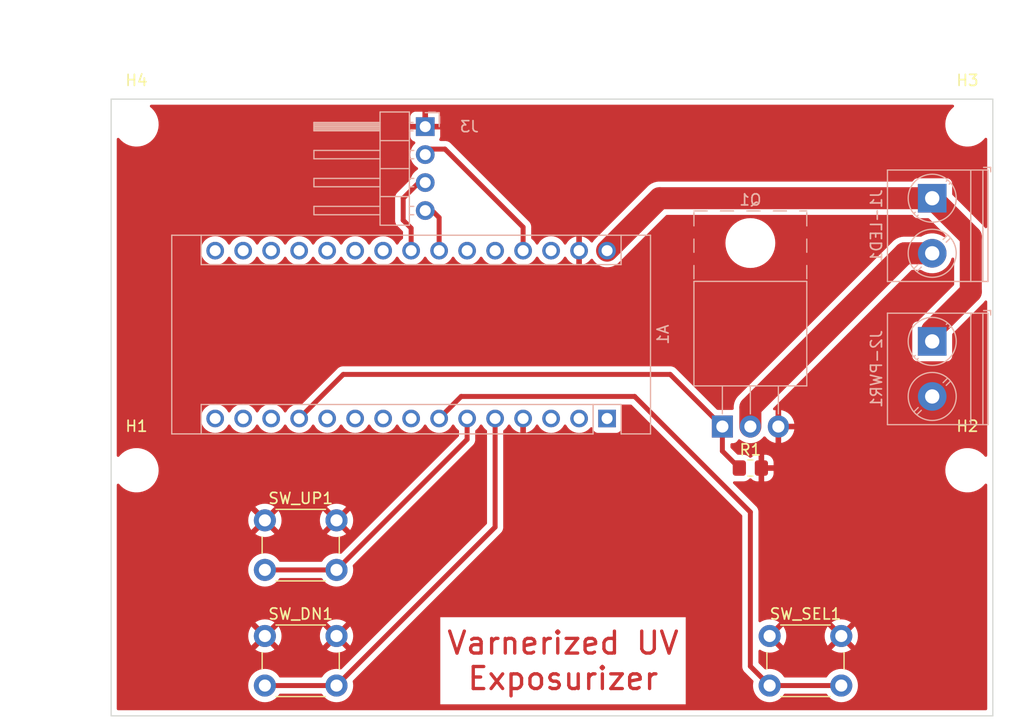
<source format=kicad_pcb>
(kicad_pcb (version 20211014) (generator pcbnew)
  (layers (0 "F.Cu" signal) (31 "B.Cu" signal) (34 "B.Paste" user) (35 "F.Paste" user) (36 "B.SilkS" user "B.Silkscreen") (37 "F.SilkS" user "F.Silkscreen") (38 "B.Mask" user) (39 "F.Mask" user) (44 "Edge.Cuts" user))
  (net 0 "")
  (net 4 "GND")
  (net 5 "Net-(A1-Pad5)")
  (net 6 "Net-(A1-Pad6)")
  (net 7 "Net-(A1-Pad7)")
  (net 12 "Net-(A1-Pad12)")
  (net 23 "Net-(A1-Pad23)")
  (net 24 "Net-(A1-Pad24)")
  (net 27 "Net-(A1-Pad27)")
  (net 29 "Net-(A1-Pad30)")
  (net 30 "Net-(J1-LED1-Pad2)")
  (footprint "MountingHole:MountingHole_3mm" (layer "F.Cu") (at 122.3 63.7)
    (fp_text reference "H1" (at 0 -4) (layer "F.SilkS"))
    (fp_text value "MountingHole")
    (pad "" np_thru_hole circle (at 0 0) (size 3 3) (drill 3) (layers *.Cu *.Mask))
  )
  (footprint "Resistor_SMD:R_0805_2012Metric_Pad1.20x1.40mm_HandSolder" (layer "F.Cu") (at 178 63.5)
    (fp_text reference "R1" (at 0 -1.65) (layer "F.SilkS"))
    (fp_text value "10k")
    (fp_line (start -0.227064 0.735) (end 0.227064 0.735) (layer "F.SilkS") (width 0.12))
    (fp_line (start -0.227064 -0.735) (end 0.227064 -0.735) (layer "F.SilkS") (width 0.12))
    (pad "1" smd roundrect (at -1 0) (size 1.2 1.4) (layers "F.Cu" "F.Paste" "F.Mask") (roundrect_rratio 0.2083333333) (net 12 "Net-(A1-Pad12)"))
    (pad "2" smd roundrect (at 1 0) (size 1.2 1.4) (layers "F.Cu" "F.Paste" "F.Mask") (roundrect_rratio 0.2083333333) (net 4 "GND"))
  )
  (footprint "MountingHole:MountingHole_3mm" (layer "F.Cu") (at 197.7 63.7)
    (fp_text reference "H2" (at 0 -4) (layer "F.SilkS"))
    (fp_text value "MountingHole")
    (pad "" np_thru_hole circle (at 0 0) (size 3 3) (drill 3) (layers *.Cu *.Mask))
  )
  (footprint "MountingHole:MountingHole_3mm" (layer "F.Cu") (at 122.3 32.3)
    (fp_text reference "H4" (at 0 -4) (layer "F.SilkS"))
    (fp_text value "MountingHole")
    (pad "" np_thru_hole circle (at 0 0) (size 3 3) (drill 3) (layers *.Cu *.Mask))
  )
  (footprint "MountingHole:MountingHole_3mm" (layer "F.Cu") (at 197.7 32.3)
    (fp_text reference "H3" (at 0 -4) (layer "F.SilkS"))
    (fp_text value "MountingHole")
    (pad "" np_thru_hole circle (at 0 0) (size 3 3) (drill 3) (layers *.Cu *.Mask))
  )
  (footprint "Button_Switch_THT:SW_PUSH_6mm" (layer "F.Cu") (at 133.95 78.75)
    (fp_text reference "SW_DN1" (at 3.25 -2) (layer "F.SilkS"))
    (fp_text value "SW_Push")
    (fp_line (start 1 5.5) (end 5.5 5.5) (layer "F.SilkS") (width 0.12))
    (fp_line (start -0.25 1.5) (end -0.25 3) (layer "F.SilkS") (width 0.12))
    (fp_line (start 5.5 -1) (end 1 -1) (layer "F.SilkS") (width 0.12))
    (fp_line (start 6.75 3) (end 6.75 1.5) (layer "F.SilkS") (width 0.12))
    (pad "1" thru_hole circle (at 6.5 0 90) (size 2 2) (drill 1.1) (layers *.Cu *.Mask) (net 4 "GND"))
    (pad "1" thru_hole circle (at 0 0 90) (size 2 2) (drill 1.1) (layers *.Cu *.Mask) (net 4 "GND"))
    (pad "2" thru_hole circle (at 0 4.5 90) (size 2 2) (drill 1.1) (layers *.Cu *.Mask) (net 5 "Net-(A1-Pad5)"))
    (pad "2" thru_hole circle (at 6.5 4.5 90) (size 2 2) (drill 1.1) (layers *.Cu *.Mask) (net 5 "Net-(A1-Pad5)"))
  )
  (footprint "Button_Switch_THT:SW_PUSH_6mm" (layer "F.Cu") (at 179.75 78.75)
    (fp_text reference "SW_SEL1" (at 3.25 -2) (layer "F.SilkS"))
    (fp_text value "SW_Push")
    (fp_line (start 5.5 -1) (end 1 -1) (layer "F.SilkS") (width 0.12))
    (fp_line (start 1 5.5) (end 5.5 5.5) (layer "F.SilkS") (width 0.12))
    (fp_line (start 6.75 3) (end 6.75 1.5) (layer "F.SilkS") (width 0.12))
    (fp_line (start -0.25 1.5) (end -0.25 3) (layer "F.SilkS") (width 0.12))
    (pad "1" thru_hole circle (at 6.5 0 90) (size 2 2) (drill 1.1) (layers *.Cu *.Mask) (net 4 "GND"))
    (pad "1" thru_hole circle (at 0 0 90) (size 2 2) (drill 1.1) (layers *.Cu *.Mask) (net 4 "GND"))
    (pad "2" thru_hole circle (at 0 4.5 90) (size 2 2) (drill 1.1) (layers *.Cu *.Mask) (net 7 "Net-(A1-Pad7)"))
    (pad "2" thru_hole circle (at 6.5 4.5 90) (size 2 2) (drill 1.1) (layers *.Cu *.Mask) (net 7 "Net-(A1-Pad7)"))
  )
  (footprint "Button_Switch_THT:SW_PUSH_6mm" (layer "F.Cu") (at 133.95 68.25)
    (fp_text reference "SW_UP1" (at 3.25 -2) (layer "F.SilkS"))
    (fp_text value "SW_Push")
    (fp_line (start 1 5.5) (end 5.5 5.5) (layer "F.SilkS") (width 0.12))
    (fp_line (start 6.75 3) (end 6.75 1.5) (layer "F.SilkS") (width 0.12))
    (fp_line (start 5.5 -1) (end 1 -1) (layer "F.SilkS") (width 0.12))
    (fp_line (start -0.25 1.5) (end -0.25 3) (layer "F.SilkS") (width 0.12))
    (pad "1" thru_hole circle (at 6.5 0 90) (size 2 2) (drill 1.1) (layers *.Cu *.Mask) (net 4 "GND"))
    (pad "1" thru_hole circle (at 0 0 90) (size 2 2) (drill 1.1) (layers *.Cu *.Mask) (net 4 "GND"))
    (pad "2" thru_hole circle (at 6.5 4.5 90) (size 2 2) (drill 1.1) (layers *.Cu *.Mask) (net 6 "Net-(A1-Pad6)"))
    (pad "2" thru_hole circle (at 0 4.5 90) (size 2 2) (drill 1.1) (layers *.Cu *.Mask) (net 6 "Net-(A1-Pad6)"))
  )
  (footprint "TerminalBlock_Phoenix:TerminalBlock_Phoenix_PT-1,5-2-5.0-H_1x02_P5.00mm_Horizontal" (layer "B.Cu") (at 194.5 39 -90)
    (fp_text reference "J1-LED1" (at 2.5 5.06 90) (layer "B.SilkS") (effects (justify mirror)))
    (fp_text value "Screw_Terminal_01x02")
    (fp_line (start -2.56 -5.06) (end 7.56 -5.06) (layer "B.SilkS") (width 0.12))
    (fp_line (start 6.654 1.388) (end 6.259 0.992) (layer "B.SilkS") (width 0.12))
    (fp_line (start -1.282 -1.547) (end -1.388 -1.654) (layer "B.SilkS") (width 0.12))
    (fp_line (start 7.56 4.06) (end 7.56 -5.06) (layer "B.SilkS") (width 0.12))
    (fp_line (start -2.8 -5.3) (end -2.4 -5.3) (layer "B.SilkS") (width 0.12))
    (fp_line (start -2.56 -3.5) (end 7.56 -3.5) (layer "B.SilkS") (width 0.12))
    (fp_line (start 3.993 -1.274) (end 3.613 -1.654) (layer "B.SilkS") (width 0.12))
    (fp_line (start -1.548 -1.281) (end -1.654 -1.388) (layer "B.SilkS") (width 0.12))
    (fp_line (start -2.56 4.06) (end 7.56 4.06) (layer "B.SilkS") (width 0.12))
    (fp_line (start 3.742 -0.992) (end 3.347 -1.388) (layer "B.SilkS") (width 0.12))
    (fp_line (start 1.654 1.388) (end 1.547 1.281) (layer "B.SilkS") (width 0.12))
    (fp_line (start 6.388 1.654) (end 6.008 1.274) (layer "B.SilkS") (width 0.12))
    (fp_line (start -2.8 -4.66) (end -2.8 -5.3) (layer "B.SilkS") (width 0.12))
    (fp_line (start -2.56 4.06) (end -2.56 -5.06) (layer "B.SilkS") (width 0.12))
    (fp_line (start -2.56 -4.6) (end 7.56 -4.6) (layer "B.SilkS") (width 0.12))
    (fp_line (start 1.388 1.654) (end 1.281 1.547) (layer "B.SilkS") (width 0.12))
    (fp_circle (center 0 0) (end 2.18 0) (layer "B.SilkS") (width 0.12) (fill none))
    (fp_circle (center 5 0) (end 7.18 0) (layer "B.SilkS") (width 0.12) (fill none))
    (pad "1" thru_hole rect locked (at 0 0 270) (size 2.6 2.6) (drill 1.3) (layers *.Cu *.Mask) (net 29 "Net-(A1-Pad30)"))
    (pad "2" thru_hole circle locked (at 5 0 270) (size 2.6 2.6) (drill 1.3) (layers *.Cu *.Mask) (net 30 "Net-(J1-LED1-Pad2)"))
  )
  (footprint "Connector_PinHeader_2.54mm:PinHeader_1x04_P2.54mm_Horizontal" (layer "B.Cu") (at 148.5 32.5 180)
    (fp_text reference "J3" (at -4 0) (layer "B.SilkS") (effects (justify mirror)))
    (fp_text value "Conn_01x04_Male")
    (fp_line (start 10.1 -4.7) (end 10.1 -5.46) (layer "B.SilkS") (width 0.12))
    (fp_line (start 10.1 -2.16) (end 10.1 -2.92) (layer "B.SilkS") (width 0.12))
    (fp_line (start 4.1 -0.28) (end 10.1 -0.28) (layer "B.SilkS") (width 0.12))
    (fp_line (start 1.44 -1.27) (end 4.1 -1.27) (layer "B.SilkS") (width 0.12))
    (fp_line (start 1.11 -0.38) (end 1.44 -0.38) (layer "B.SilkS") (width 0.12))
    (fp_line (start 1.44 -3.81) (end 4.1 -3.81) (layer "B.SilkS") (width 0.12))
    (fp_line (start 1.042929 -8) (end 1.44 -8) (layer "B.SilkS") (width 0.12))
    (fp_line (start 4.1 0.32) (end 10.1 0.32) (layer "B.SilkS") (width 0.12))
    (fp_line (start 4.1 -4.7) (end 10.1 -4.7) (layer "B.SilkS") (width 0.12))
    (fp_line (start 10.1 -5.46) (end 4.1 -5.46) (layer "B.SilkS") (width 0.12))
    (fp_line (start 1.44 -6.35) (end 4.1 -6.35) (layer "B.SilkS") (width 0.12))
    (fp_line (start 4.1 -0.16) (end 10.1 -0.16) (layer "B.SilkS") (width 0.12))
    (fp_line (start 4.1 0.38) (end 10.1 0.38) (layer "B.SilkS") (width 0.12))
    (fp_line (start 4.1 0.2) (end 10.1 0.2) (layer "B.SilkS") (width 0.12))
    (fp_line (start 1.44 -8.95) (end 4.1 -8.95) (layer "B.SilkS") (width 0.12))
    (fp_line (start 1.042929 -4.7) (end 1.44 -4.7) (layer "B.SilkS") (width 0.12))
    (fp_line (start 1.042929 -2.92) (end 1.44 -2.92) (layer "B.SilkS") (width 0.12))
    (fp_line (start -1.27 0) (end -1.27 1.27) (layer "B.SilkS") (width 0.12))
    (fp_line (start 4.1 0.08) (end 10.1 0.08) (layer "B.SilkS") (width 0.12))
    (fp_line (start 1.11 0.38) (end 1.44 0.38) (layer "B.SilkS") (width 0.12))
    (fp_line (start 10.1 -7.24) (end 10.1 -8) (layer "B.SilkS") (width 0.12))
    (fp_line (start -1.27 1.27) (end 0 1.27) (layer "B.SilkS") (width 0.12))
    (fp_line (start 1.042929 -7.24) (end 1.44 -7.24) (layer "B.SilkS") (width 0.12))
    (fp_line (start 10.1 -8) (end 4.1 -8) (layer "B.SilkS") (width 0.12))
    (fp_line (start 10.1 0.38) (end 10.1 -0.38) (layer "B.SilkS") (width 0.12))
    (fp_line (start 4.1 -8.95) (end 4.1 1.33) (layer "B.SilkS") (width 0.12))
    (fp_line (start 4.1 -0.04) (end 10.1 -0.04) (layer "B.SilkS") (width 0.12))
    (fp_line (start 10.1 -2.92) (end 4.1 -2.92) (layer "B.SilkS") (width 0.12))
    (fp_line (start 4.1 1.33) (end 1.44 1.33) (layer "B.SilkS") (width 0.12))
    (fp_line (start 4.1 -2.16) (end 10.1 -2.16) (layer "B.SilkS") (width 0.12))
    (fp_line (start 10.1 -0.38) (end 4.1 -0.38) (layer "B.SilkS") (width 0.12))
    (fp_line (start 1.042929 -2.16) (end 1.44 -2.16) (layer "B.SilkS") (width 0.12))
    (fp_line (start 1.042929 -5.46) (end 1.44 -5.46) (layer "B.SilkS") (width 0.12))
    (fp_line (start 1.44 1.33) (end 1.44 -8.95) (layer "B.SilkS") (width 0.12))
    (fp_line (start 4.1 -7.24) (end 10.1 -7.24) (layer "B.SilkS") (width 0.12))
    (pad "1" thru_hole rect (at 0 0 180) (size 1.7 1.7) (drill 1) (layers *.Cu *.Mask) (net 4 "GND"))
    (pad "2" thru_hole oval (at 0 -2.54 180) (size 1.7 1.7) (drill 1) (layers *.Cu *.Mask) (net 27 "Net-(A1-Pad27)"))
    (pad "3" thru_hole oval (at 0 -5.08 180) (size 1.7 1.7) (drill 1) (layers *.Cu *.Mask) (net 23 "Net-(A1-Pad23)"))
    (pad "4" thru_hole oval (at 0 -7.62 180) (size 1.7 1.7) (drill 1) (layers *.Cu *.Mask) (net 24 "Net-(A1-Pad24)"))
  )
  (footprint "TerminalBlock_Phoenix:TerminalBlock_Phoenix_PT-1,5-2-5.0-H_1x02_P5.00mm_Horizontal" (layer "B.Cu") (at 194.5 52 -90)
    (fp_text reference "J2-PWR1" (at 2.5 5.06 90) (layer "B.SilkS") (effects (justify mirror)))
    (fp_text value "Screw_Terminal_01x02")
    (fp_line (start -2.56 -3.5) (end 7.56 -3.5) (layer "B.SilkS") (width 0.12))
    (fp_line (start -2.56 4.06) (end 7.56 4.06) (layer "B.SilkS") (width 0.12))
    (fp_line (start 3.993 -1.274) (end 3.613 -1.654) (layer "B.SilkS") (width 0.12))
    (fp_line (start 6.388 1.654) (end 6.008 1.274) (layer "B.SilkS") (width 0.12))
    (fp_line (start 1.654 1.388) (end 1.547 1.281) (layer "B.SilkS") (width 0.12))
    (fp_line (start 1.388 1.654) (end 1.281 1.547) (layer "B.SilkS") (width 0.12))
    (fp_line (start -2.8 -4.66) (end -2.8 -5.3) (layer "B.SilkS") (width 0.12))
    (fp_line (start 3.742 -0.992) (end 3.347 -1.388) (layer "B.SilkS") (width 0.12))
    (fp_line (start -1.548 -1.281) (end -1.654 -1.388) (layer "B.SilkS") (width 0.12))
    (fp_line (start -2.56 4.06) (end -2.56 -5.06) (layer "B.SilkS") (width 0.12))
    (fp_line (start 7.56 4.06) (end 7.56 -5.06) (layer "B.SilkS") (width 0.12))
    (fp_line (start -2.8 -5.3) (end -2.4 -5.3) (layer "B.SilkS") (width 0.12))
    (fp_line (start -2.56 -5.06) (end 7.56 -5.06) (layer "B.SilkS") (width 0.12))
    (fp_line (start 6.654 1.388) (end 6.259 0.992) (layer "B.SilkS") (width 0.12))
    (fp_line (start -2.56 -4.6) (end 7.56 -4.6) (layer "B.SilkS") (width 0.12))
    (fp_line (start -1.282 -1.547) (end -1.388 -1.654) (layer "B.SilkS") (width 0.12))
    (fp_circle (center 5 0) (end 7.18 0) (layer "B.SilkS") (width 0.12) (fill none))
    (fp_circle (center 0 0) (end 2.18 0) (layer "B.SilkS") (width 0.12) (fill none))
    (pad "1" thru_hole rect (at 0 0 270) (size 2.6 2.6) (drill 1.3) (layers *.Cu *.Mask) (net 29 "Net-(A1-Pad30)"))
    (pad "2" thru_hole circle (at 5 0 270) (size 2.6 2.6) (drill 1.3) (layers *.Cu *.Mask) (net 4 "GND"))
  )
  (footprint "Module:Arduino_Nano" (layer "B.Cu") (at 165 59 90)
    (fp_text reference "A1" (at 7.62 5.08 90) (layer "B.SilkS") (effects (justify mirror)))
    (fp_text value "Arduino_Nano_v3.x")
    (fp_line (start 1.27 1.27) (end -1.4 1.27) (layer "B.SilkS") (width 0.12))
    (fp_line (start 1.27 -1.27) (end -1.4 -1.27) (layer "B.SilkS") (width 0.12))
    (fp_line (start 1.27 -1.27) (end 1.27 1.27) (layer "B.SilkS") (width 0.12))
    (fp_line (start 13.97 -36.83) (end 16.64 -36.83) (layer "B.SilkS") (width 0.12))
    (fp_line (start -1.4 -39.5) (end 16.64 -39.5) (layer "B.SilkS") (width 0.12))
    (fp_line (start -1.4 -1.27) (end -1.4 -39.5) (layer "B.SilkS") (width 0.12))
    (fp_line (start 13.97 1.27) (end 16.64 1.27) (layer "B.SilkS") (width 0.12))
    (fp_line (start 16.64 3.94) (end -1.4 3.94) (layer "B.SilkS") (width 0.12))
    (fp_line (start 13.97 1.27) (end 13.97 -36.83) (layer "B.SilkS") (width 0.12))
    (fp_line (start 1.27 -1.27) (end 1.27 -36.83) (layer "B.SilkS") (width 0.12))
    (fp_line (start 16.64 -39.5) (end 16.64 3.94) (layer "B.SilkS") (width 0.12))
    (fp_line (start -1.4 3.94) (end -1.4 1.27) (layer "B.SilkS") (width 0.12))
    (fp_line (start 1.27 -36.83) (end -1.4 -36.83) (layer "B.SilkS") (width 0.12))
    (pad "1" thru_hole rect (at 0 0 90) (size 1.6 1.6) (drill 1) (layers *.Cu *.Mask))
    (pad "2" thru_hole oval (at 0 -2.54 90) (size 1.6 1.6) (drill 1) (layers *.Cu *.Mask))
    (pad "3" thru_hole oval (at 0 -5.08 90) (size 1.6 1.6) (drill 1) (layers *.Cu *.Mask))
    (pad "4" thru_hole oval (at 0 -7.62 90) (size 1.6 1.6) (drill 1) (layers *.Cu *.Mask) (net 4 "GND"))
    (pad "5" thru_hole oval (at 0 -10.16 90) (size 1.6 1.6) (drill 1) (layers *.Cu *.Mask) (net 5 "Net-(A1-Pad5)"))
    (pad "6" thru_hole oval (at 0 -12.7 90) (size 1.6 1.6) (drill 1) (layers *.Cu *.Mask) (net 6 "Net-(A1-Pad6)"))
    (pad "7" thru_hole oval (at 0 -15.24 90) (size 1.6 1.6) (drill 1) (layers *.Cu *.Mask) (net 7 "Net-(A1-Pad7)"))
    (pad "8" thru_hole oval (at 0 -17.78 90) (size 1.6 1.6) (drill 1) (layers *.Cu *.Mask))
    (pad "9" thru_hole oval (at 0 -20.32 90) (size 1.6 1.6) (drill 1) (layers *.Cu *.Mask))
    (pad "10" thru_hole oval (at 0 -22.86 90) (size 1.6 1.6) (drill 1) (layers *.Cu *.Mask))
    (pad "11" thru_hole oval (at 0 -25.4 90) (size 1.6 1.6) (drill 1) (layers *.Cu *.Mask))
    (pad "12" thru_hole oval (at 0 -27.94 90) (size 1.6 1.6) (drill 1) (layers *.Cu *.Mask) (net 12 "Net-(A1-Pad12)"))
    (pad "13" thru_hole oval (at 0 -30.48 90) (size 1.6 1.6) (drill 1) (layers *.Cu *.Mask))
    (pad "14" thru_hole oval (at 0 -33.02 90) (size 1.6 1.6) (drill 1) (layers *.Cu *.Mask))
    (pad "15" thru_hole oval (at 0 -35.56 90) (size 1.6 1.6) (drill 1) (layers *.Cu *.Mask))
    (pad "16" thru_hole oval (at 15.24 -35.56 90) (size 1.6 1.6) (drill 1) (layers *.Cu *.Mask))
    (pad "17" thru_hole oval (at 15.24 -33.02 90) (size 1.6 1.6) (drill 1) (layers *.Cu *.Mask))
    (pad "18" thru_hole oval (at 15.24 -30.48 90) (size 1.6 1.6) (drill 1) (layers *.Cu *.Mask))
    (pad "19" thru_hole oval (at 15.24 -27.94 90) (size 1.6 1.6) (drill 1) (layers *.Cu *.Mask))
    (pad "20" thru_hole oval (at 15.24 -25.4 90) (size 1.6 1.6) (drill 1) (layers *.Cu *.Mask))
    (pad "21" thru_hole oval (at 15.24 -22.86 90) (size 1.6 1.6) (drill 1) (layers *.Cu *.Mask))
    (pad "22" thru_hole oval (at 15.24 -20.32 90) (size 1.6 1.6) (drill 1) (layers *.Cu *.Mask))
    (pad "23" thru_hole oval (at 15.24 -17.78 90) (size 1.6 1.6) (drill 1) (layers *.Cu *.Mask) (net 23 "Net-(A1-Pad23)"))
    (pad "24" thru_hole oval (at 15.24 -15.24 90) (size 1.6 1.6) (drill 1) (layers *.Cu *.Mask) (net 24 "Net-(A1-Pad24)"))
    (pad "25" thru_hole oval (at 15.24 -12.7 90) (size 1.6 1.6) (drill 1) (layers *.Cu *.Mask))
    (pad "26" thru_hole oval (at 15.24 -10.16 90) (size 1.6 1.6) (drill 1) (layers *.Cu *.Mask))
    (pad "27" thru_hole oval (at 15.24 -7.62 90) (size 1.6 1.6) (drill 1) (layers *.Cu *.Mask) (net 27 "Net-(A1-Pad27)"))
    (pad "28" thru_hole oval (at 15.24 -5.08 90) (size 1.6 1.6) (drill 1) (layers *.Cu *.Mask))
    (pad "29" thru_hole oval (at 15.24 -2.54 90) (size 1.6 1.6) (drill 1) (layers *.Cu *.Mask) (net 4 "GND"))
    (pad "30" thru_hole oval (at 15.24 0 90) (size 1.6 1.6) (drill 1) (layers *.Cu *.Mask) (net 29 "Net-(A1-Pad30)"))
  )
  (footprint "Package_TO_SOT_THT:TO-220-3_Horizontal_TabUp" (layer "B.Cu") (at 175.46 59.73)
    (fp_text reference "Q1" (at 2.54 -20.58) (layer "B.SilkS") (effects (justify mirror)))
    (fp_text value "Q_NMOS_GDS")
    (fp_line (start -2.58 -13.42) (end -2.58 -14.62) (layer "B.SilkS") (width 0.12))
    (fp_line (start 0 -1.15) (end 0 -3.69) (layer "B.SilkS") (width 0.12))
    (fp_line (start -2.58 -15.82) (end -2.58 -17.02) (layer "B.SilkS") (width 0.12))
    (fp_line (start 7.66 -3.69) (end 7.66 -13.18) (layer "B.SilkS") (width 0.12))
    (fp_line (start 4.62 -19.58) (end 5.82 -19.58) (layer "B.SilkS") (width 0.12))
    (fp_line (start 7.66 -13.42) (end 7.66 -14.62) (layer "B.SilkS") (width 0.12))
    (fp_line (start 7.66 -18.22) (end 7.66 -19.42) (layer "B.SilkS") (width 0.12))
    (fp_line (start 2.54 -1.15) (end 2.54 -3.69) (layer "B.SilkS") (width 0.12))
    (fp_line (start 7.02 -19.58) (end 7.66 -19.58) (layer "B.SilkS") (width 0.12))
    (fp_line (start -2.58 -19.58) (end -1.38 -19.58) (layer "B.SilkS") (width 0.12))
    (fp_line (start -2.58 -3.69) (end 7.66 -3.69) (layer "B.SilkS") (width 0.12))
    (fp_line (start 5.08 -1.15) (end 5.08 -3.69) (layer "B.SilkS") (width 0.12))
    (fp_line (start -2.58 -3.69) (end -2.58 -13.18) (layer "B.SilkS") (width 0.12))
    (fp_line (start -0.181 -19.58) (end 1.02 -19.58) (layer "B.SilkS") (width 0.12))
    (fp_line (start 7.66 -15.82) (end 7.66 -17.02) (layer "B.SilkS") (width 0.12))
    (fp_line (start 2.22 -19.58) (end 3.42 -19.58) (layer "B.SilkS") (width 0.12))
    (fp_line (start -2.58 -18.22) (end -2.58 -19.42) (layer "B.SilkS") (width 0.12))
    (fp_line (start -2.58 -13.18) (end 7.66 -13.18) (layer "B.SilkS") (width 0.12))
    (pad "" np_thru_hole oval (at 2.54 -16.66) (size 3.5 3.5) (drill 3.5) (layers *.Cu *.Mask))
    (pad "1" thru_hole rect (at 0 0) (size 1.905 2) (drill 1.1) (layers *.Cu *.Mask) (net 12 "Net-(A1-Pad12)"))
    (pad "2" thru_hole oval (at 2.54 0) (size 1.905 2) (drill 1.1) (layers *.Cu *.Mask) (net 30 "Net-(J1-LED1-Pad2)"))
    (pad "3" thru_hole oval (at 5.08 0) (size 1.905 2) (drill 1.1) (layers *.Cu *.Mask) (net 4 "GND"))
  )
  (gr_line (start 120 86) (end 120 30) (layer "Edge.Cuts") (width 0.1))
  (gr_line (start 200 86) (end 120 86) (layer "Edge.Cuts") (width 0.1))
  (gr_line (start 200 86) (end 200 30) (layer "Edge.Cuts") (width 0.1))
  (gr_line (start 200 30) (end 120 30) (layer "Edge.Cuts") (width 0.1))
  (gr_text "Varnerized UV\nExposurizer" (at 161 81) (layer "F.Cu") (effects (font (size 2 2) (thickness 0.3))))
  (segment (start 154.84 68.86) (end 140.45 83.25) (width 0.45) (layer "F.Cu") (net 5))
  (segment (start 133.95 83.25) (end 140.45 83.25) (width 0.45) (layer "F.Cu") (net 5))
  (segment (start 154.84 59) (end 154.84 68.86) (width 0.45) (layer "F.Cu") (net 5))
  (segment (start 133.95 72.75) (end 140.45 72.75) (width 0.45) (layer "F.Cu") (net 6))
  (segment (start 152.3 59) (end 152.3 60.9) (width 0.45) (layer "F.Cu") (net 6))
  (segment (start 152.3 60.9) (end 140.45 72.75) (width 0.45) (layer "F.Cu") (net 6))
  (segment (start 179.75 83.25) (end 186.25 83.25) (width 0.45) (layer "F.Cu") (net 7))
  (segment (start 151.76 57) (end 167.5 57) (width 0.45) (layer "F.Cu") (net 7))
  (segment (start 167.5 57) (end 178 67.5) (width 0.45) (layer "F.Cu") (net 7))
  (segment (start 178 67.5) (end 178 81.5) (width 0.45) (layer "F.Cu") (net 7))
  (segment (start 149.76 59) (end 151.76 57) (width 0.45) (layer "F.Cu") (net 7))
  (segment (start 178 81.5) (end 179.75 83.25) (width 0.45) (layer "F.Cu") (net 7))
  (segment (start 175.46 59.73) (end 170.73 55) (width 0.45) (layer "F.Cu") (net 12))
  (segment (start 175.46 61.96) (end 177 63.5) (width 0.45) (layer "F.Cu") (net 12))
  (segment (start 137.06 59) (end 141.06 55) (width 0.45) (layer "F.Cu") (net 12))
  (segment (start 175.46 59.73) (end 175.46 61.96) (width 0.45) (layer "F.Cu") (net 12))
  (segment (start 170.73 55) (end 141.06 55) (width 0.45) (layer "F.Cu") (net 12))
  (segment (start 146.5 41) (end 146.5 39) (width 0.45) (layer "F.Cu") (net 23))
  (segment (start 147.92 37.58) (end 148.5 37.58) (width 0.45) (layer "F.Cu") (net 23))
  (segment (start 146.5 39) (end 147.92 37.58) (width 0.45) (layer "F.Cu") (net 23))
  (segment (start 147.22 41.72) (end 146.5 41) (width 0.45) (layer "F.Cu") (net 23))
  (segment (start 147.22 43.76) (end 147.22 41.72) (width 0.45) (layer "F.Cu") (net 23))
  (segment (start 149.76 40.76) (end 149.12 40.12) (width 0.45) (layer "F.Cu") (net 24))
  (segment (start 149.76 43.76) (end 149.76 40.76) (width 0.45) (layer "F.Cu") (net 24))
  (segment (start 149.12 40.12) (end 148.5 40.12) (width 0.45) (layer "F.Cu") (net 24))
  (segment (start 157.38 41.63) (end 157.38 43.76) (width 0.45) (layer "F.Cu") (net 27))
  (segment (start 148.5 35.04) (end 149 34.54) (width 0.45) (layer "F.Cu") (net 27))
  (segment (start 149 34.54) (end 150.29 34.54) (width 0.45) (layer "F.Cu") (net 27))
  (segment (start 150.29 34.54) (end 157.38 41.63) (width 0.45) (layer "F.Cu") (net 27))
  (segment (start 165 43.76) (end 169.76 39) (width 2) (layer "F.Cu") (net 29))
  (segment (start 169.76 39) (end 194.5 39) (width 2) (layer "F.Cu") (net 29))
  (segment (start 194.5 52) (end 194.5 51) (width 2) (layer "F.Cu") (net 29))
  (segment (start 194.5 51) (end 198 47.5) (width 2) (layer "F.Cu") (net 29))
  (segment (start 198 42.5) (end 194.5 39) (width 2) (layer "F.Cu") (net 29))
  (segment (start 198 47.5) (end 198 42.5) (width 2) (layer "F.Cu") (net 29))
  (segment (start 178 58) (end 178 59.73) (width 2) (layer "F.Cu") (net 30))
  (segment (start 192 44) (end 178 58) (width 2) (layer "F.Cu") (net 30))
  (segment (start 194.5 44) (end 192 44) (width 2) (layer "F.Cu") (net 30))
  (zone (net 4) (net_name "GND") (layer "F.Cu") (connect_pads (clearance 0.508)) (min_thickness 0.254) (fill yes (thermal_gap 0.508) (thermal_bridge_width 0.508))
    (polygon (pts (xy 200 86) (xy 120 86) (xy 120 30) (xy 200 30)))
  )
)
</source>
